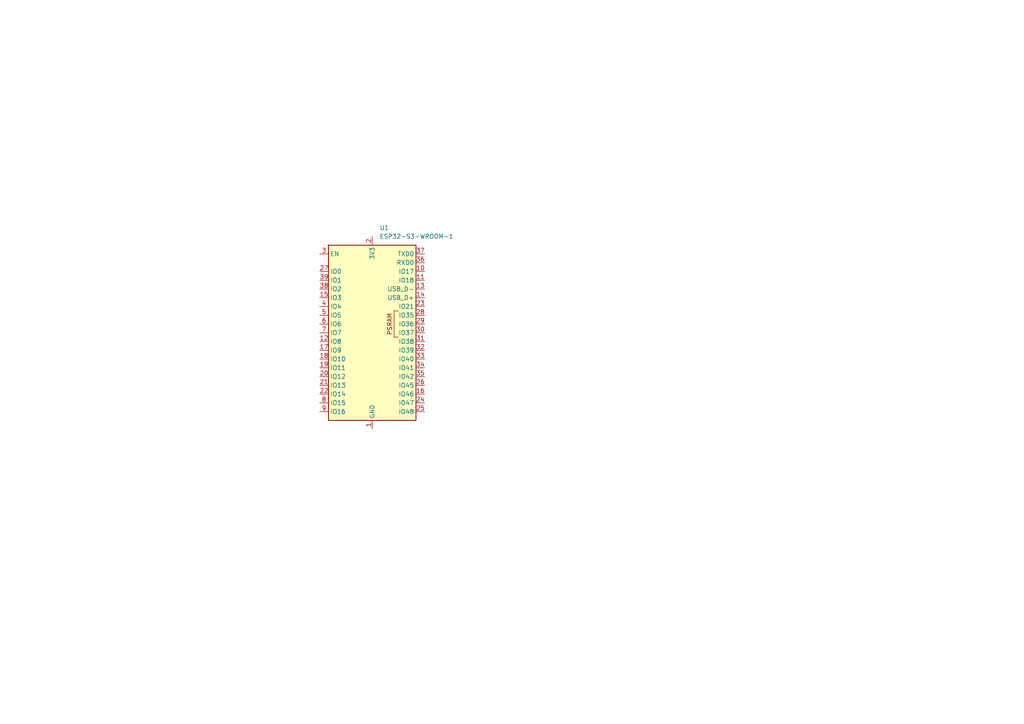
<source format=kicad_sch>
(kicad_sch (version 20250114) (generator "eeschema") (generator_version "9.0")
  (paper "A4")
  (lib_symbols
    (symbol "RF_Module:ESP32-S3-WROOM-1"
      (property "Reference" "U" (at -12.7 26.67 0))
      (property "Value" "ESP32-S3-WROOM-1" (at 12.7 26.67 0))
      (symbol "ESP32-S3-WROOM-1_0_0"
        (rectangle (start -12.7 25.4) (end 12.7 -25.4) (stroke (width 0.254)) (fill (type background)))
        (text "PSRAM" (at 5.08 2.54 900) (effects (font (size 1.27 1.27))))
      )
      (symbol "ESP32-S3-WROOM-1_0_1"
        (polyline (pts (xy 7.62 -1.27) (xy 6.35 -1.27) (xy 6.35 6.35) (xy 7.62 6.35)))
      )
      (symbol "ESP32-S3-WROOM-1_1_1"
        (pin input line (at -15.24 22.86 0) (length 2.54) (name "EN") (number "3"))
        (pin bidirectional line (at -15.24 17.78 0) (length 2.54) (name "IO0") (number "27"))
        (pin bidirectional line (at -15.24 15.24 0) (length 2.54) (name "IO1") (number "39"))
        (pin bidirectional line (at -15.24 12.7 0) (length 2.54) (name "IO2") (number "38"))
        (pin bidirectional line (at -15.24 10.16 0) (length 2.54) (name "IO3") (number "15"))
        (pin bidirectional line (at -15.24 7.62 0) (length 2.54) (name "IO4") (number "4"))
        (pin bidirectional line (at -15.24 5.08 0) (length 2.54) (name "IO5") (number "5"))
        (pin bidirectional line (at -15.24 2.54 0) (length 2.54) (name "IO6") (number "6"))
        (pin bidirectional line (at -15.24 0 0) (length 2.54) (name "IO7") (number "7"))
        (pin bidirectional line (at -15.24 -2.54 0) (length 2.54) (name "IO8") (number "12"))
        (pin bidirectional line (at -15.24 -5.08 0) (length 2.54) (name "IO9") (number "17"))
        (pin bidirectional line (at -15.24 -7.62 0) (length 2.54) (name "IO10") (number "18"))
        (pin bidirectional line (at -15.24 -10.16 0) (length 2.54) (name "IO11") (number "19"))
        (pin bidirectional line (at -15.24 -12.7 0) (length 2.54) (name "IO12") (number "20"))
        (pin bidirectional line (at -15.24 -15.24 0) (length 2.54) (name "IO13") (number "21"))
        (pin bidirectional line (at -15.24 -17.78 0) (length 2.54) (name "IO14") (number "22"))
        (pin bidirectional line (at -15.24 -20.32 0) (length 2.54) (name "IO15") (number "8"))
        (pin bidirectional line (at -15.24 -22.86 0) (length 2.54) (name "IO16") (number "9"))
        (pin power_in line (at 0 27.94 270) (length 2.54) (name "3V3") (number "2"))
        (pin power_in line (at 0 -27.94 90) (length 2.54) (name "GND") (number "1"))
        (pin passive line (at 0 -27.94 90) (length 2.54) (hide yes) (name "GND") (number "40"))
        (pin passive line (at 0 -27.94 90) (length 2.54) (hide yes) (name "GND") (number "41"))
        (pin bidirectional line (at 15.24 22.86 180) (length 2.54) (name "TXD0") (number "37"))
        (pin bidirectional line (at 15.24 20.32 180) (length 2.54) (name "RXD0") (number "36"))
        (pin bidirectional line (at 15.24 17.78 180) (length 2.54) (name "IO17") (number "10"))
        (pin bidirectional line (at 15.24 15.24 180) (length 2.54) (name "IO18") (number "11"))
        (pin bidirectional line (at 15.24 12.7 180) (length 2.54) (name "USB_D-") (number "13"))
        (pin bidirectional line (at 15.24 10.16 180) (length 2.54) (name "USB_D+") (number "14"))
        (pin bidirectional line (at 15.24 7.62 180) (length 2.54) (name "IO21") (number "23"))
        (pin bidirectional line (at 15.24 5.08 180) (length 2.54) (name "IO35") (number "28"))
        (pin bidirectional line (at 15.24 2.54 180) (length 2.54) (name "IO36") (number "29"))
        (pin bidirectional line (at 15.24 0 180) (length 2.54) (name "IO37") (number "30"))
        (pin bidirectional line (at 15.24 -2.54 180) (length 2.54) (name "IO38") (number "31"))
        (pin bidirectional line (at 15.24 -5.08 180) (length 2.54) (name "IO39") (number "32"))
        (pin bidirectional line (at 15.24 -7.62 180) (length 2.54) (name "IO40") (number "33"))
        (pin bidirectional line (at 15.24 -10.16 180) (length 2.54) (name "IO41") (number "34"))
        (pin bidirectional line (at 15.24 -12.7 180) (length 2.54) (name "IO42") (number "35"))
        (pin bidirectional line (at 15.24 -15.24 180) (length 2.54) (name "IO45") (number "26"))
        (pin bidirectional line (at 15.24 -17.78 180) (length 2.54) (name "IO46") (number "16"))
        (pin bidirectional line (at 15.24 -20.32 180) (length 2.54) (name "IO47") (number "24"))
        (pin bidirectional line (at 15.24 -22.86 180) (length 2.54) (name "IO48") (number "25"))
      )
    )
  )
  (symbol (lib_id "RF_Module:ESP32-S3-WROOM-1") (at 107.95 96.52 0) (unit 1)
    (property "Reference" "U1" (at 110.0933 66.04 0) (effects (justify left)))
    (property "Value" "ESP32-S3-WROOM-1" (at 110.0933 68.58 0) (effects (justify left)))
    (property "Footprint" "RF_Module:ESP32-S3-WROOM-1" (effects (hide yes)))
    (property "Datasheet" "https://www.espressif.com/sites/default/files/documentation/esp32-s3-wroom-1_wroom-1u_datasheet_en.pdf" (effects (hide yes)))
    (property "Description" "RF Module, ESP32-S3 SoC, Wi-Fi 802.11b/g/n, Bluetooth, BLE, 32-bit, 3.3V, onboard antenna, SMD" (effects (hide yes)))
  )
)
</source>
